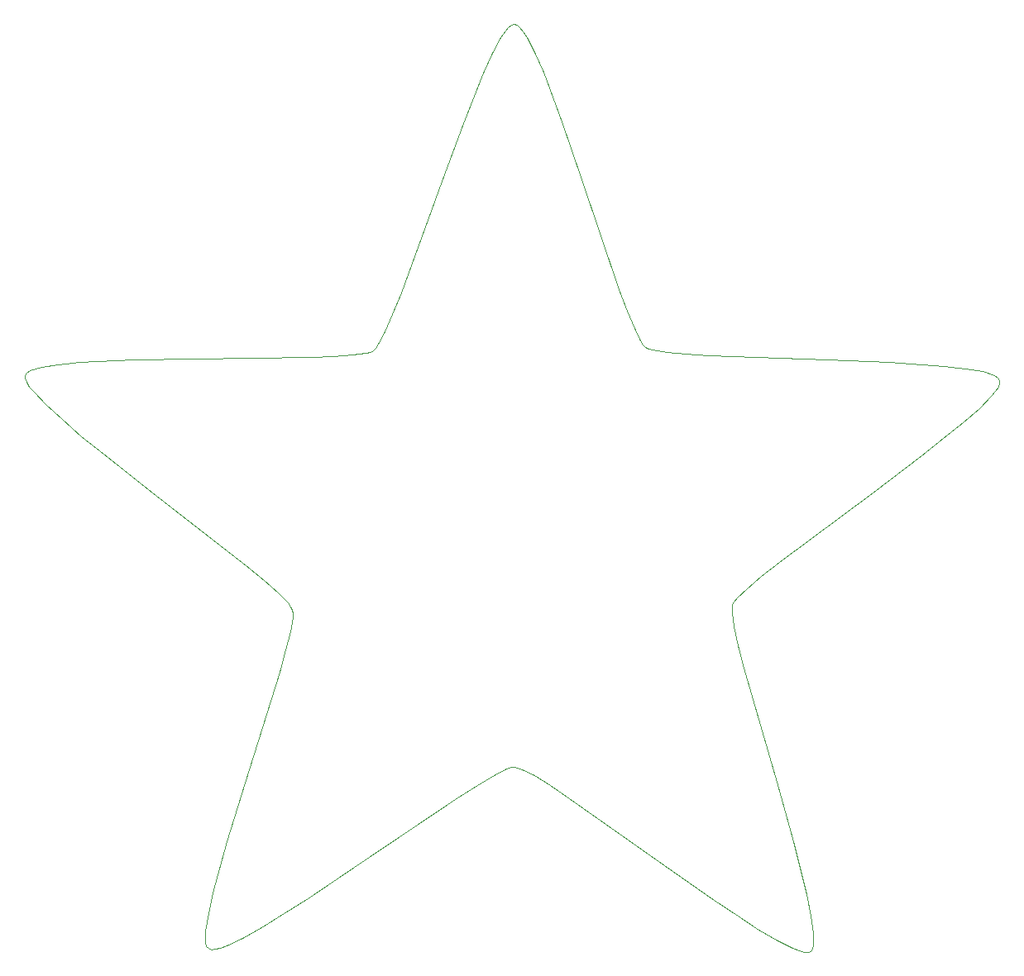
<source format=gm1>
G04 #@! TF.GenerationSoftware,KiCad,Pcbnew,9.0.5*
G04 #@! TF.CreationDate,2025-10-14T20:34:03+01:00*
G04 #@! TF.ProjectId,ESP32_Xmas_Star_Module,45535033-325f-4586-9d61-735f53746172,rev?*
G04 #@! TF.SameCoordinates,Original*
G04 #@! TF.FileFunction,Profile,NP*
%FSLAX46Y46*%
G04 Gerber Fmt 4.6, Leading zero omitted, Abs format (unit mm)*
G04 Created by KiCad (PCBNEW 9.0.5) date 2025-10-14 20:34:03*
%MOMM*%
%LPD*%
G01*
G04 APERTURE LIST*
G04 #@! TA.AperFunction,Profile*
%ADD10C,0.093976*%
G04 #@! TD*
G04 APERTURE END LIST*
D10*
X150173545Y-40662787D02*
X150486668Y-40923435D01*
X150827271Y-41346248D01*
X151193276Y-41920005D01*
X151993174Y-43475464D01*
X152869730Y-45500034D01*
X154786294Y-50597408D01*
X156809915Y-56493922D01*
X160646118Y-67811543D01*
X161464186Y-70018213D01*
X162192597Y-71796238D01*
X162814720Y-73055842D01*
X163080726Y-73463181D01*
X163313924Y-73707249D01*
X163622025Y-73860842D01*
X164098202Y-73998988D01*
X165508859Y-74233868D01*
X167454040Y-74421745D01*
X169841895Y-74572477D01*
X181982982Y-75001095D01*
X188321389Y-75248817D01*
X193858609Y-75623957D01*
X196097142Y-75883952D01*
X197859820Y-76205372D01*
X199054790Y-76598076D01*
X199410681Y-76824239D01*
X199590200Y-77071919D01*
X199590205Y-77071914D01*
X199590207Y-77071912D01*
X199590209Y-77071910D01*
X199590210Y-77071908D01*
X199590211Y-77071907D01*
X199594852Y-77368539D01*
X199443721Y-77746882D01*
X199146853Y-78201472D01*
X198714278Y-78726864D01*
X197482130Y-79968276D01*
X195827519Y-81427558D01*
X193830687Y-83061150D01*
X191571876Y-84825492D01*
X186589290Y-88572191D01*
X177011043Y-95717973D01*
X175165171Y-97177901D01*
X173699260Y-98420102D01*
X172693553Y-99401018D01*
X172388352Y-99779881D01*
X172228292Y-100077088D01*
X172177426Y-100417574D01*
X172193190Y-100913135D01*
X172405725Y-102327333D01*
X172828139Y-104235369D01*
X173422673Y-106552933D01*
X176766837Y-118232244D01*
X178489915Y-124336977D01*
X179844231Y-129719112D01*
X180288707Y-131928426D01*
X180527716Y-133704158D01*
X180523501Y-134961995D01*
X180418384Y-135370356D01*
X180238302Y-135617627D01*
X179957603Y-135713706D01*
X179551076Y-135686885D01*
X179026999Y-135545022D01*
X178393648Y-135295974D01*
X176832241Y-134507748D01*
X174933078Y-133385062D01*
X172762384Y-131990770D01*
X170386384Y-130387726D01*
X165283357Y-126806800D01*
X155527475Y-119905519D01*
X153568596Y-118601135D01*
X151934203Y-117590834D01*
X150690519Y-116937471D01*
X150235888Y-116764283D01*
X149903768Y-116703900D01*
X149564228Y-116760738D01*
X149097792Y-116928865D01*
X147818487Y-117568005D01*
X146134370Y-118559358D01*
X144113957Y-119840958D01*
X134039678Y-126630548D01*
X128766193Y-130155759D01*
X126310171Y-131734093D01*
X124065986Y-133106961D01*
X122102154Y-134212399D01*
X120487191Y-134988441D01*
X119831947Y-135233576D01*
X119289614Y-135373125D01*
X118868757Y-135399344D01*
X118577939Y-135304486D01*
X118399821Y-135067217D01*
X118299704Y-134672300D01*
X118272673Y-134130036D01*
X118313815Y-133450725D01*
X118580960Y-131722164D01*
X119061823Y-129569026D01*
X120507453Y-124318636D01*
X122336194Y-118358803D01*
X125884972Y-106947793D01*
X126520189Y-104681711D01*
X126975988Y-102815110D01*
X127213054Y-101430394D01*
X127237278Y-100944496D01*
X127192075Y-100609971D01*
X127033095Y-100304613D01*
X126729060Y-99912960D01*
X125725873Y-98893773D01*
X124262619Y-97598427D01*
X122419403Y-96072936D01*
X112848993Y-88589826D01*
X107866720Y-84663794D01*
X105606682Y-82815712D01*
X103607514Y-81105606D01*
X101949322Y-79579491D01*
X100712209Y-78283382D01*
X100276590Y-77735960D01*
X99976279Y-77263295D01*
X99821291Y-76871139D01*
X99821637Y-76565243D01*
X99992253Y-76322524D01*
X100336904Y-76105271D01*
X101503053Y-75741206D01*
X103229564Y-75461121D01*
X105425916Y-75253093D01*
X110866058Y-75005509D01*
X117099309Y-74903054D01*
X129048459Y-74751941D01*
X131399924Y-74655810D01*
X133316018Y-74512488D01*
X134706220Y-74310050D01*
X135175824Y-74182936D01*
X135480008Y-74036572D01*
X135721294Y-73791013D01*
X135999826Y-73380831D01*
X136659128Y-72111799D01*
X137438905Y-70319879D01*
X138320147Y-68095474D01*
X142479588Y-56681068D01*
X144673859Y-50729437D01*
X146741732Y-45579153D01*
X147680745Y-43530524D01*
X148531131Y-41953442D01*
X149273879Y-40938309D01*
X149598949Y-40669724D01*
X149889982Y-40575528D01*
X150173545Y-40662787D01*
M02*

</source>
